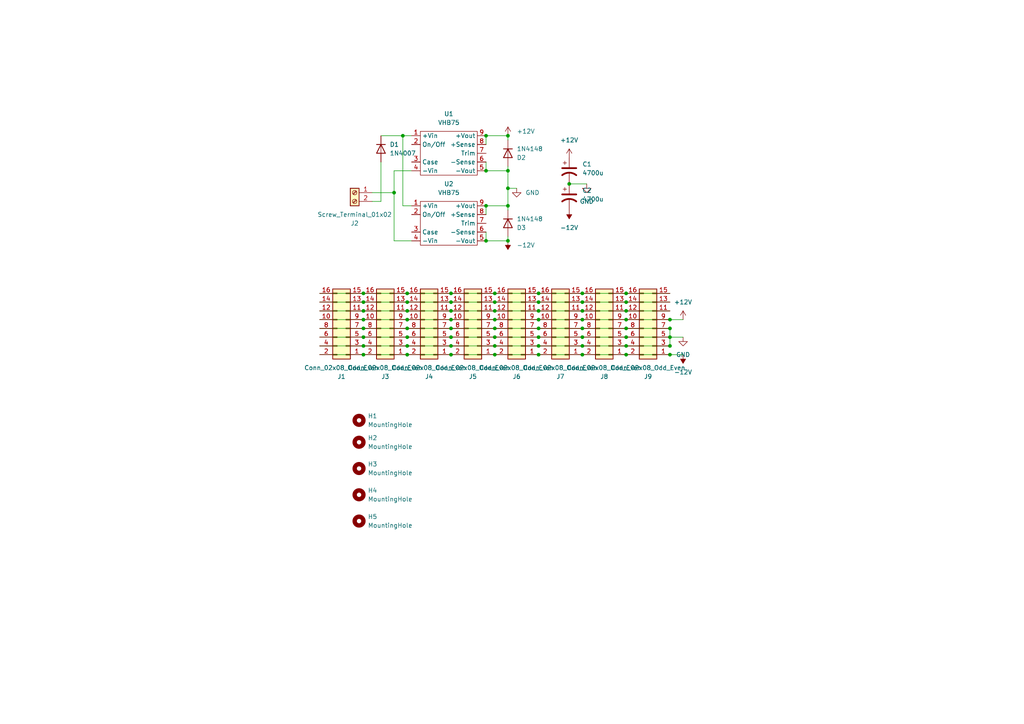
<source format=kicad_sch>
(kicad_sch (version 20211123) (generator eeschema)
  (paper "A4")
  (lib_symbols
    (symbol "Alex_Custom:VHB75"
      (property "Reference" "U" (at 3.81 0 0))
      (property "Value" "VHB75" (at 3.81 -15.24 0))
      (symbol "VHB75_0_1"
        (rectangle (start -5.08 -1.27) (end 11.43 -13.97))
      )
      (symbol "VHB75_1_1"
        (pin input line (at -7.62 -12.7 0) (length 2.54) (name "+Vin") (number "1"))
        (pin input line (at -7.62 -10.16 0) (length 2.54) (name "On/Off") (number "2"))
        (pin input line (at -7.62 -5.08 0) (length 2.54) (name "Case") (number "3"))
        (pin input line (at -7.62 -2.54 0) (length 2.54) (name "-Vin") (number "4"))
        (pin output line (at 13.97 -2.54 180) (length 2.54) (name "-Vout") (number "5"))
        (pin input line (at 13.97 -5.08 180) (length 2.54) (name "-Sense") (number "6"))
        (pin input line (at 13.97 -7.62 180) (length 2.54) (name "Trim") (number "7"))
        (pin input line (at 13.97 -10.16 180) (length 2.54) (name "+Sense") (number "8"))
        (pin output line (at 13.97 -12.7 180) (length 2.54) (name "+Vout") (number "9"))
      )
    )
    (symbol "Connector:Screw_Terminal_01x02" (pin_names (offset 1.016) hide)
      (property "Reference" "J" (at 0 2.54 0))
      (property "Value" "Screw_Terminal_01x02" (at 0 -5.08 0))
      (symbol "Screw_Terminal_01x02_1_1"
        (rectangle (start -1.27 1.27) (end 1.27 -3.81) (stroke (width 0.254)) (fill (type background)))
        (circle (center 0 -2.54) (radius 0.635) (stroke (width 0.1524)))
        (polyline (pts (xy -0.5334 -2.2098) (xy 0.3302 -3.048)) (stroke (width 0.1524)))
        (polyline (pts (xy -0.5334 0.3302) (xy 0.3302 -0.508)) (stroke (width 0.1524)))
        (polyline (pts (xy -0.3556 -2.032) (xy 0.508 -2.8702)) (stroke (width 0.1524)))
        (polyline (pts (xy -0.3556 0.508) (xy 0.508 -0.3302)) (stroke (width 0.1524)))
        (circle (center 0 0) (radius 0.635) (stroke (width 0.1524)))
        (pin passive line (at -5.08 0 0) (length 3.81) (name "Pin_1") (number "1"))
        (pin passive line (at -5.08 -2.54 0) (length 3.81) (name "Pin_2") (number "2"))
      )
    )
    (symbol "Connector_Generic:Conn_02x08_Odd_Even" (pin_names (offset 1.016) hide)
      (property "Reference" "J" (at 1.27 10.16 0))
      (property "Value" "Conn_02x08_Odd_Even" (at 1.27 -12.7 0))
      (symbol "Conn_02x08_Odd_Even_1_1"
        (rectangle (start -1.27 -10.033) (end 0 -10.287) (stroke (width 0.1524)))
        (rectangle (start -1.27 -7.493) (end 0 -7.747) (stroke (width 0.1524)))
        (rectangle (start -1.27 -4.953) (end 0 -5.207) (stroke (width 0.1524)))
        (rectangle (start -1.27 -2.413) (end 0 -2.667) (stroke (width 0.1524)))
        (rectangle (start -1.27 0.127) (end 0 -0.127) (stroke (width 0.1524)))
        (rectangle (start -1.27 2.667) (end 0 2.413) (stroke (width 0.1524)))
        (rectangle (start -1.27 5.207) (end 0 4.953) (stroke (width 0.1524)))
        (rectangle (start -1.27 7.747) (end 0 7.493) (stroke (width 0.1524)))
        (rectangle (start -1.27 8.89) (end 3.81 -11.43) (stroke (width 0.254)) (fill (type background)))
        (rectangle (start 3.81 -10.033) (end 2.54 -10.287) (stroke (width 0.1524)))
        (rectangle (start 3.81 -7.493) (end 2.54 -7.747) (stroke (width 0.1524)))
        (rectangle (start 3.81 -4.953) (end 2.54 -5.207) (stroke (width 0.1524)))
        (rectangle (start 3.81 -2.413) (end 2.54 -2.667) (stroke (width 0.1524)))
        (rectangle (start 3.81 0.127) (end 2.54 -0.127) (stroke (width 0.1524)))
        (rectangle (start 3.81 2.667) (end 2.54 2.413) (stroke (width 0.1524)))
        (rectangle (start 3.81 5.207) (end 2.54 4.953) (stroke (width 0.1524)))
        (rectangle (start 3.81 7.747) (end 2.54 7.493) (stroke (width 0.1524)))
        (pin passive line (at -5.08 7.62 0) (length 3.81) (name "Pin_1") (number "1"))
        (pin passive line (at 7.62 -2.54 180) (length 3.81) (name "Pin_10") (number "10"))
        (pin passive line (at -5.08 -5.08 0) (length 3.81) (name "Pin_11") (number "11"))
        (pin passive line (at 7.62 -5.08 180) (length 3.81) (name "Pin_12") (number "12"))
        (pin passive line (at -5.08 -7.62 0) (length 3.81) (name "Pin_13") (number "13"))
        (pin passive line (at 7.62 -7.62 180) (length 3.81) (name "Pin_14") (number "14"))
        (pin passive line (at -5.08 -10.16 0) (length 3.81) (name "Pin_15") (number "15"))
        (pin passive line (at 7.62 -10.16 180) (length 3.81) (name "Pin_16") (number "16"))
        (pin passive line (at 7.62 7.62 180) (length 3.81) (name "Pin_2") (number "2"))
        (pin passive line (at -5.08 5.08 0) (length 3.81) (name "Pin_3") (number "3"))
        (pin passive line (at 7.62 5.08 180) (length 3.81) (name "Pin_4") (number "4"))
        (pin passive line (at -5.08 2.54 0) (length 3.81) (name "Pin_5") (number "5"))
        (pin passive line (at 7.62 2.54 180) (length 3.81) (name "Pin_6") (number "6"))
        (pin passive line (at -5.08 0 0) (length 3.81) (name "Pin_7") (number "7"))
        (pin passive line (at 7.62 0 180) (length 3.81) (name "Pin_8") (number "8"))
        (pin passive line (at -5.08 -2.54 0) (length 3.81) (name "Pin_9") (number "9"))
      )
    )
    (symbol "Device:C_Polarized_US" (pin_numbers hide) (pin_names (offset 0.254) hide)
      (property "Reference" "C" (at 0.635 2.54 0))
      (property "Value" "C_Polarized_US" (at 0.635 -2.54 0))
      (symbol "C_Polarized_US_0_1"
        (polyline (pts (xy -2.032 0.762) (xy 2.032 0.762)) (stroke (width 0.508)))
        (polyline (pts (xy -1.778 2.286) (xy -0.762 2.286)))
        (polyline (pts (xy -1.27 1.778) (xy -1.27 2.794)))
        (arc (start 2.032 -1.27) (mid 0 -0.5572) (end -2.032 -1.27) (stroke (width 0.508)))
      )
      (symbol "C_Polarized_US_1_1"
        (pin passive line (at 0 3.81 270) (length 2.794) (name "~") (number "1"))
        (pin passive line (at 0 -3.81 90) (length 3.302) (name "~") (number "2"))
      )
    )
    (symbol "Diode:1N4007" (pin_numbers hide) (pin_names (offset 1.016) hide)
      (property "Reference" "D" (at 0 2.54 0))
      (property "Value" "1N4007" (at 0 -2.54 0))
      (symbol "1N4007_0_1"
        (polyline (pts (xy -1.27 1.27) (xy -1.27 -1.27)) (stroke (width 0.254)))
        (polyline (pts (xy 1.27 0) (xy -1.27 0)))
        (polyline (pts (xy 1.27 1.27) (xy 1.27 -1.27) (xy -1.27 0) (xy 1.27 1.27)) (stroke (width 0.254)))
      )
      (symbol "1N4007_1_1"
        (pin passive line (at -3.81 0 0) (length 2.54) (name "K") (number "1"))
        (pin passive line (at 3.81 0 180) (length 2.54) (name "A") (number "2"))
      )
    )
    (symbol "Diode:1N4148" (pin_numbers hide) (pin_names (offset 1.016) hide)
      (property "Reference" "D" (at 0 2.54 0))
      (property "Value" "1N4148" (at 0 -2.54 0))
      (symbol "1N4148_0_1"
        (polyline (pts (xy -1.27 1.27) (xy -1.27 -1.27)) (stroke (width 0.254)))
        (polyline (pts (xy 1.27 0) (xy -1.27 0)))
        (polyline (pts (xy 1.27 1.27) (xy 1.27 -1.27) (xy -1.27 0) (xy 1.27 1.27)) (stroke (width 0.254)))
      )
      (symbol "1N4148_1_1"
        (pin passive line (at -3.81 0 0) (length 2.54) (name "K") (number "1"))
        (pin passive line (at 3.81 0 180) (length 2.54) (name "A") (number "2"))
      )
    )
    (symbol "Mechanical:MountingHole" (pin_names (offset 1.016))
      (property "Reference" "H" (at 0 5.08 0))
      (property "Value" "MountingHole" (at 0 3.175 0))
      (symbol "MountingHole_0_1"
        (circle (center 0 0) (radius 1.27) (stroke (width 1.27)))
      )
    )
    (symbol "power:+12V" (power) (pin_names (offset 0))
      (property "Value" "+12V" (at 0 3.556 0))
      (symbol "+12V_0_1"
        (polyline (pts (xy -0.762 1.27) (xy 0 2.54)))
        (polyline (pts (xy 0 0) (xy 0 2.54)))
        (polyline (pts (xy 0 2.54) (xy 0.762 1.27)))
      )
      (symbol "+12V_1_1"
        (pin power_in line (at 0 0 90) (length 0) hide (name "+12V") (number "1"))
      )
    )
    (symbol "power:-12V" (power) (pin_names (offset 0))
      (property "Value" "-12V" (at 0 3.81 0))
      (symbol "-12V_0_0"
        (pin power_in line (at 0 0 90) (length 0) hide (name "-12V") (number "1"))
      )
      (symbol "-12V_0_1"
        (polyline (pts (xy 0 0) (xy 0 1.27) (xy 0.762 1.27) (xy 0 2.54) (xy -0.762 1.27) (xy 0 1.27)) (fill (type outline)))
      )
    )
    (symbol "power:GND" (power) (pin_names (offset 0))
      (property "Value" "GND" (at 0 -3.81 0))
      (symbol "GND_0_1"
        (polyline (pts (xy 0 0) (xy 0 -1.27) (xy 1.27 -1.27) (xy 0 -2.54) (xy -1.27 -1.27) (xy 0 -1.27)))
      )
      (symbol "GND_1_1"
        (pin power_in line (at 0 0 270) (length 0) hide (name "GND") (number "1"))
      )
    )
  )
  (junction (at 143.51 102.87))
  (junction (at 143.51 90.17))
  (junction (at 156.21 90.17))
  (junction (at 118.11 90.17))
  (junction (at 105.41 92.71))
  (junction (at 118.11 92.71))
  (junction (at 181.61 87.63))
  (junction (at 105.41 90.17))
  (junction (at 105.41 100.33))
  (junction (at 105.41 87.63))
  (junction (at 130.81 97.79))
  (junction (at 181.61 100.33))
  (junction (at 118.11 100.33))
  (junction (at 130.81 100.33))
  (junction (at 130.81 102.87))
  (junction (at 118.11 97.79))
  (junction (at 143.51 95.25))
  (junction (at 168.91 95.25))
  (junction (at 140.97 39.37))
  (junction (at 181.61 102.87))
  (junction (at 118.11 95.25))
  (junction (at 181.61 85.09))
  (junction (at 147.32 54.61))
  (junction (at 156.21 102.87))
  (junction (at 147.32 39.37))
  (junction (at 105.41 97.79))
  (junction (at 105.41 95.25))
  (junction (at 105.41 85.09))
  (junction (at 116.84 39.37))
  (junction (at 130.81 92.71))
  (junction (at 147.32 69.85))
  (junction (at 194.31 92.71))
  (junction (at 143.51 87.63))
  (junction (at 140.97 69.85))
  (junction (at 118.11 85.09))
  (junction (at 168.91 100.33))
  (junction (at 130.81 85.09))
  (junction (at 143.51 92.71))
  (junction (at 130.81 95.25))
  (junction (at 168.91 87.63))
  (junction (at 114.3 55.88))
  (junction (at 168.91 102.87))
  (junction (at 143.51 85.09))
  (junction (at 194.31 100.33))
  (junction (at 118.11 102.87))
  (junction (at 168.91 85.09))
  (junction (at 143.51 100.33))
  (junction (at 181.61 92.71))
  (junction (at 156.21 97.79))
  (junction (at 130.81 87.63))
  (junction (at 147.32 59.69))
  (junction (at 168.91 92.71))
  (junction (at 118.11 87.63))
  (junction (at 194.31 97.79))
  (junction (at 181.61 90.17))
  (junction (at 156.21 100.33))
  (junction (at 168.91 97.79))
  (junction (at 140.97 49.53))
  (junction (at 194.31 102.87))
  (junction (at 156.21 87.63))
  (junction (at 194.31 95.25))
  (junction (at 140.97 59.69))
  (junction (at 165.1 53.34))
  (junction (at 156.21 95.25))
  (junction (at 130.81 90.17))
  (junction (at 156.21 92.71))
  (junction (at 143.51 97.79))
  (junction (at 105.41 102.87))
  (junction (at 181.61 97.79))
  (junction (at 168.91 90.17))
  (junction (at 156.21 85.09))
  (junction (at 147.32 49.53))
  (junction (at 181.61 95.25))
  (wire (pts (xy 118.11 102.87) (xy 130.81 102.87)))
  (wire (pts (xy 119.38 69.85) (xy 114.3 69.85)))
  (wire (pts (xy 118.11 87.63) (xy 130.81 87.63)))
  (wire (pts (xy 140.97 41.91) (xy 140.97 39.37)))
  (wire (pts (xy 181.61 102.87) (xy 194.31 102.87)))
  (wire (pts (xy 168.91 100.33) (xy 181.61 100.33)))
  (wire (pts (xy 118.11 92.71) (xy 130.81 92.71)))
  (wire (pts (xy 130.81 87.63) (xy 143.51 87.63)))
  (wire (pts (xy 147.32 48.26) (xy 147.32 49.53)))
  (wire (pts (xy 156.21 87.63) (xy 168.91 87.63)))
  (wire (pts (xy 156.21 97.79) (xy 168.91 97.79)))
  (wire (pts (xy 116.84 39.37) (xy 119.38 39.37)))
  (wire (pts (xy 130.81 102.87) (xy 143.51 102.87)))
  (wire (pts (xy 156.21 102.87) (xy 168.91 102.87)))
  (wire (pts (xy 168.91 90.17) (xy 181.61 90.17)))
  (wire (pts (xy 194.31 97.79) (xy 198.12 97.79)))
  (wire (pts (xy 143.51 90.17) (xy 156.21 90.17)))
  (wire (pts (xy 105.41 100.33) (xy 118.11 100.33)))
  (wire (pts (xy 147.32 39.37) (xy 140.97 39.37)))
  (wire (pts (xy 194.31 92.71) (xy 198.12 92.71)))
  (wire (pts (xy 105.41 92.71) (xy 118.11 92.71)))
  (wire (pts (xy 105.41 87.63) (xy 118.11 87.63)))
  (wire (pts (xy 143.51 92.71) (xy 156.21 92.71)))
  (wire (pts (xy 118.11 85.09) (xy 130.81 85.09)))
  (wire (pts (xy 130.81 95.25) (xy 143.51 95.25)))
  (wire (pts (xy 105.41 102.87) (xy 118.11 102.87)))
  (wire (pts (xy 130.81 90.17) (xy 143.51 90.17)))
  (wire (pts (xy 130.81 100.33) (xy 143.51 100.33)))
  (wire (pts (xy 92.71 95.25) (xy 105.41 95.25)))
  (wire (pts (xy 105.41 95.25) (xy 118.11 95.25)))
  (wire (pts (xy 116.84 59.69) (xy 116.84 39.37)))
  (wire (pts (xy 92.71 90.17) (xy 105.41 90.17)))
  (wire (pts (xy 168.91 85.09) (xy 181.61 85.09)))
  (wire (pts (xy 118.11 90.17) (xy 130.81 90.17)))
  (wire (pts (xy 118.11 97.79) (xy 130.81 97.79)))
  (wire (pts (xy 107.95 55.88) (xy 114.3 55.88)))
  (wire (pts (xy 168.91 92.71) (xy 181.61 92.71)))
  (wire (pts (xy 130.81 85.09) (xy 143.51 85.09)))
  (wire (pts (xy 147.32 59.69) (xy 140.97 59.69)))
  (wire (pts (xy 181.61 95.25) (xy 194.31 95.25)))
  (wire (pts (xy 181.61 92.71) (xy 194.31 92.71)))
  (wire (pts (xy 143.51 85.09) (xy 156.21 85.09)))
  (wire (pts (xy 147.32 49.53) (xy 140.97 49.53)))
  (wire (pts (xy 92.71 92.71) (xy 105.41 92.71)))
  (wire (pts (xy 147.32 59.69) (xy 147.32 54.61)))
  (wire (pts (xy 105.41 90.17) (xy 118.11 90.17)))
  (wire (pts (xy 130.81 97.79) (xy 143.51 97.79)))
  (wire (pts (xy 140.97 62.23) (xy 140.97 59.69)))
  (wire (pts (xy 114.3 69.85) (xy 114.3 55.88)))
  (wire (pts (xy 114.3 55.88) (xy 114.3 49.53)))
  (wire (pts (xy 147.32 40.64) (xy 147.32 39.37)))
  (wire (pts (xy 156.21 90.17) (xy 168.91 90.17)))
  (wire (pts (xy 181.61 90.17) (xy 194.31 90.17)))
  (wire (pts (xy 147.32 69.85) (xy 140.97 69.85)))
  (wire (pts (xy 118.11 95.25) (xy 130.81 95.25)))
  (wire (pts (xy 168.91 102.87) (xy 181.61 102.87)))
  (wire (pts (xy 92.71 85.09) (xy 105.41 85.09)))
  (wire (pts (xy 118.11 100.33) (xy 130.81 100.33)))
  (wire (pts (xy 168.91 95.25) (xy 181.61 95.25)))
  (wire (pts (xy 110.49 39.37) (xy 116.84 39.37)))
  (wire (pts (xy 194.31 95.25) (xy 194.31 97.79)))
  (wire (pts (xy 156.21 92.71) (xy 168.91 92.71)))
  (wire (pts (xy 156.21 100.33) (xy 168.91 100.33)))
  (wire (pts (xy 194.31 102.87) (xy 198.12 102.87)))
  (wire (pts (xy 181.61 100.33) (xy 194.31 100.33)))
  (wire (pts (xy 114.3 49.53) (xy 119.38 49.53)))
  (wire (pts (xy 105.41 85.09) (xy 118.11 85.09)))
  (wire (pts (xy 156.21 85.09) (xy 168.91 85.09)))
  (wire (pts (xy 168.91 87.63) (xy 181.61 87.63)))
  (wire (pts (xy 92.71 102.87) (xy 105.41 102.87)))
  (wire (pts (xy 140.97 49.53) (xy 140.97 46.99)))
  (wire (pts (xy 168.91 97.79) (xy 181.61 97.79)))
  (wire (pts (xy 105.41 97.79) (xy 118.11 97.79)))
  (wire (pts (xy 181.61 87.63) (xy 194.31 87.63)))
  (wire (pts (xy 130.81 92.71) (xy 143.51 92.71)))
  (wire (pts (xy 143.51 102.87) (xy 156.21 102.87)))
  (wire (pts (xy 147.32 60.96) (xy 147.32 59.69)))
  (wire (pts (xy 143.51 87.63) (xy 156.21 87.63)))
  (wire (pts (xy 119.38 59.69) (xy 116.84 59.69)))
  (wire (pts (xy 92.71 87.63) (xy 105.41 87.63)))
  (wire (pts (xy 110.49 46.99) (xy 110.49 58.42)))
  (wire (pts (xy 92.71 100.33) (xy 105.41 100.33)))
  (wire (pts (xy 143.51 97.79) (xy 156.21 97.79)))
  (wire (pts (xy 143.51 100.33) (xy 156.21 100.33)))
  (wire (pts (xy 110.49 58.42) (xy 107.95 58.42)))
  (wire (pts (xy 140.97 69.85) (xy 140.97 67.31)))
  (wire (pts (xy 156.21 95.25) (xy 168.91 95.25)))
  (wire (pts (xy 92.71 97.79) (xy 105.41 97.79)))
  (wire (pts (xy 181.61 85.09) (xy 194.31 85.09)))
  (wire (pts (xy 143.51 95.25) (xy 156.21 95.25)))
  (wire (pts (xy 147.32 68.58) (xy 147.32 69.85)))
  (wire (pts (xy 147.32 54.61) (xy 147.32 49.53)))
  (wire (pts (xy 194.31 97.79) (xy 194.31 100.33)))
  (wire (pts (xy 165.1 53.34) (xy 170.18 53.34)))
  (wire (pts (xy 181.61 97.79) (xy 194.31 97.79)))
  (wire (pts (xy 147.32 54.61) (xy 149.86 54.61)))
  (symbol (lib_id "Connector_Generic:Conn_02x08_Odd_Even") (at 138.43 95.25 180) (unit 1)
    (property "Reference" "J5" (at 137.16 109.22 0))
    (property "Value" "Conn_02x08_Odd_Even" (at 137.16 106.68 0))
    (property "Footprint" "Connector_IDC:IDC-Header_2x08_P2.54mm_Vertical" (effects hide))
  )
  (symbol (lib_id "power:+12V") (at 165.1 45.72 0) (unit 1)
    (property "Reference" "#PWR04" (effects hide))
    (property "Value" "+12V" (at 165.1 40.64 0))
  )
  (symbol (lib_id "Connector:Screw_Terminal_01x02") (at 102.87 55.88 0) (mirror y) (unit 1)
    (property "Reference" "J2" (at 102.87 64.77 0))
    (property "Value" "Screw_Terminal_01x02" (at 102.87 62.23 0))
    (property "Footprint" "TerminalBlock_Phoenix:TerminalBlock_Phoenix_MKDS-3-2-5.08_1x02_P5.08mm_Horizontal" (effects hide))
  )
  (symbol (lib_id "power:-12V") (at 147.32 69.85 0) (mirror x) (unit 1)
    (property "Reference" "#PWR02" (effects hide))
    (property "Value" "-12V" (at 149.86 71.1201 0) (effects (justify left)))
  )
  (symbol (lib_id "Device:C_Polarized_US") (at 165.1 57.15 0) (unit 1)
    (property "Reference" "C2" (at 168.91 55.2449 0) (effects (justify left)))
    (property "Value" "4700u" (at 168.91 57.7849 0) (effects (justify left)))
    (property "Footprint" "Capacitor_THT:CP_Axial_L42.5mm_D20.0mm_P49.00mm_Horizontal" (effects hide))
  )
  (symbol (lib_id "Diode:1N4007") (at 110.49 43.18 270) (unit 1)
    (property "Reference" "D1" (at 113.03 41.9099 90) (effects (justify left)))
    (property "Value" "1N4007" (at 113.03 44.4499 90) (effects (justify left)))
    (property "Footprint" "Diode_THT:D_DO-41_SOD81_P10.16mm_Horizontal" (effects hide))
    (property "Datasheet" "http://www.vishay.com/docs/88503/1n4001.pdf" (effects hide))
  )
  (symbol (lib_id "power:GND") (at 198.12 97.79 0) (unit 1)
    (property "Reference" "#PWR08" (effects hide))
    (property "Value" "GND" (at 198.12 102.87 0))
  )
  (symbol (lib_id "Connector_Generic:Conn_02x08_Odd_Even") (at 151.13 95.25 180) (unit 1)
    (property "Reference" "J6" (at 149.86 109.22 0))
    (property "Value" "Conn_02x08_Odd_Even" (at 149.86 106.68 0))
    (property "Footprint" "Connector_IDC:IDC-Header_2x08_P2.54mm_Vertical" (effects hide))
  )
  (symbol (lib_id "Connector_Generic:Conn_02x08_Odd_Even") (at 189.23 95.25 180) (unit 1)
    (property "Reference" "J9" (at 187.96 109.22 0))
    (property "Value" "Conn_02x08_Odd_Even" (at 187.96 106.68 0))
    (property "Footprint" "Connector_IDC:IDC-Header_2x08_P2.54mm_Vertical" (effects hide))
  )
  (symbol (lib_id "power:GND") (at 170.18 53.34 0) (unit 1)
    (property "Reference" "#PWR06" (effects hide))
    (property "Value" "GND" (at 170.18 58.42 0))
  )
  (symbol (lib_id "Diode:1N4148") (at 147.32 44.45 90) (mirror x) (unit 1)
    (property "Reference" "D2" (at 149.86 45.7201 90) (effects (justify right)))
    (property "Value" "1N4148" (at 149.86 43.1801 90) (effects (justify right)))
    (property "Footprint" "Diode_THT:D_DO-35_SOD27_P7.62mm_Horizontal" (effects hide))
    (property "Datasheet" "https://assets.nexperia.com/documents/data-sheet/1N4148_1N4448.pdf" (effects hide))
  )
  (symbol (lib_id "Alex_Custom:VHB75") (at 127 52.07 0) (mirror x) (unit 1)
    (property "Reference" "U1" (at 130.175 33.02 0))
    (property "Value" "VHB75" (at 130.175 35.56 0))
    (property "Footprint" "Alex Custom:VHB75" (effects hide))
  )
  (symbol (lib_id "Mechanical:MountingHole") (at 104.14 143.51 0) (unit 1)
    (property "Reference" "H4" (at 106.68 142.2399 0) (effects (justify left)))
    (property "Value" "MountingHole" (at 106.68 144.7799 0) (effects (justify left)))
    (property "Footprint" "MountingHole:MountingHole_3.2mm_M3" (effects hide))
  )
  (symbol (lib_id "Mechanical:MountingHole") (at 104.14 151.13 0) (unit 1)
    (property "Reference" "H5" (at 106.68 149.8599 0) (effects (justify left)))
    (property "Value" "MountingHole" (at 106.68 152.3999 0) (effects (justify left)))
    (property "Footprint" "MountingHole:MountingHole_3.2mm_M3" (effects hide))
  )
  (symbol (lib_id "power:+12V") (at 198.12 92.71 0) (unit 1)
    (property "Reference" "#PWR07" (effects hide))
    (property "Value" "+12V" (at 198.12 87.63 0))
  )
  (symbol (lib_id "power:GND") (at 149.86 54.61 0) (mirror y) (unit 1)
    (property "Reference" "#PWR03" (effects hide))
    (property "Value" "GND" (at 152.4 55.8799 0) (effects (justify right)))
  )
  (symbol (lib_id "Mechanical:MountingHole") (at 104.14 128.27 0) (unit 1)
    (property "Reference" "H2" (at 106.68 126.9999 0) (effects (justify left)))
    (property "Value" "MountingHole" (at 106.68 129.5399 0) (effects (justify left)))
    (property "Footprint" "MountingHole:MountingHole_3.2mm_M3" (effects hide))
  )
  (symbol (lib_id "Alex_Custom:VHB75") (at 127 72.39 0) (mirror x) (unit 1)
    (property "Reference" "U2" (at 130.175 53.34 0))
    (property "Value" "VHB75" (at 130.175 55.88 0))
    (property "Footprint" "Alex Custom:VHB75" (effects hide))
  )
  (symbol (lib_id "Mechanical:MountingHole") (at 104.14 121.92 0) (unit 1)
    (property "Reference" "H1" (at 106.68 120.6499 0) (effects (justify left)))
    (property "Value" "MountingHole" (at 106.68 123.1899 0) (effects (justify left)))
    (property "Footprint" "MountingHole:MountingHole_3.2mm_M3" (effects hide))
  )
  (symbol (lib_id "Connector_Generic:Conn_02x08_Odd_Even") (at 125.73 95.25 180) (unit 1)
    (property "Reference" "J4" (at 124.46 109.22 0))
    (property "Value" "Conn_02x08_Odd_Even" (at 124.46 106.68 0))
    (property "Footprint" "Connector_IDC:IDC-Header_2x08_P2.54mm_Vertical" (effects hide))
  )
  (symbol (lib_id "Device:C_Polarized_US") (at 165.1 49.53 0) (unit 1)
    (property "Reference" "C1" (at 168.91 47.6249 0) (effects (justify left)))
    (property "Value" "4700u" (at 168.91 50.1649 0) (effects (justify left)))
    (property "Footprint" "Capacitor_THT:CP_Axial_L42.5mm_D20.0mm_P49.00mm_Horizontal" (effects hide))
  )
  (symbol (lib_id "Connector_Generic:Conn_02x08_Odd_Even") (at 163.83 95.25 180) (unit 1)
    (property "Reference" "J7" (at 162.56 109.22 0))
    (property "Value" "Conn_02x08_Odd_Even" (at 162.56 106.68 0))
    (property "Footprint" "Connector_IDC:IDC-Header_2x08_P2.54mm_Vertical" (effects hide))
  )
  (symbol (lib_id "Connector_Generic:Conn_02x08_Odd_Even") (at 113.03 95.25 180) (unit 1)
    (property "Reference" "J3" (at 111.76 109.22 0))
    (property "Value" "Conn_02x08_Odd_Even" (at 111.76 106.68 0))
    (property "Footprint" "Connector_IDC:IDC-Header_2x08_P2.54mm_Vertical" (effects hide))
  )
  (symbol (lib_id "Connector_Generic:Conn_02x08_Odd_Even") (at 100.33 95.25 180) (unit 1)
    (property "Reference" "J1" (at 99.06 109.22 0))
    (property "Value" "Conn_02x08_Odd_Even" (at 99.06 106.68 0))
    (property "Footprint" "Connector_IDC:IDC-Header_2x08_P2.54mm_Vertical" (effects hide))
  )
  (symbol (lib_id "power:+12V") (at 147.32 39.37 0) (mirror y) (unit 1)
    (property "Reference" "#PWR01" (effects hide))
    (property "Value" "+12V" (at 149.86 38.1001 0) (effects (justify right)))
  )
  (symbol (lib_id "power:-12V") (at 198.12 102.87 180) (unit 1)
    (property "Reference" "#PWR09" (effects hide))
    (property "Value" "-12V" (at 198.12 107.95 0))
  )
  (symbol (lib_id "Diode:1N4148") (at 147.32 64.77 90) (mirror x) (unit 1)
    (property "Reference" "D3" (at 149.86 66.0401 90) (effects (justify right)))
    (property "Value" "1N4148" (at 149.86 63.5001 90) (effects (justify right)))
    (property "Footprint" "Diode_THT:D_DO-35_SOD27_P7.62mm_Horizontal" (effects hide))
    (property "Datasheet" "https://assets.nexperia.com/documents/data-sheet/1N4148_1N4448.pdf" (effects hide))
  )
  (symbol (lib_id "Connector_Generic:Conn_02x08_Odd_Even") (at 176.53 95.25 180) (unit 1)
    (property "Reference" "J8" (at 175.26 109.22 0))
    (property "Value" "Conn_02x08_Odd_Even" (at 175.26 106.68 0))
    (property "Footprint" "Connector_IDC:IDC-Header_2x08_P2.54mm_Vertical" (effects hide))
  )
  (symbol (lib_id "power:-12V") (at 165.1 60.96 180) (unit 1)
    (property "Reference" "#PWR05" (effects hide))
    (property "Value" "-12V" (at 165.1 66.04 0))
  )
  (symbol (lib_id "Mechanical:MountingHole") (at 104.14 135.89 0) (unit 1)
    (property "Reference" "H3" (at 106.68 134.6199 0) (effects (justify left)))
    (property "Value" "MountingHole" (at 106.68 137.1599 0) (effects (justify left)))
    (property "Footprint" "MountingHole:MountingHole_3.2mm_M3" (effects hide))
  )
)
</source>
